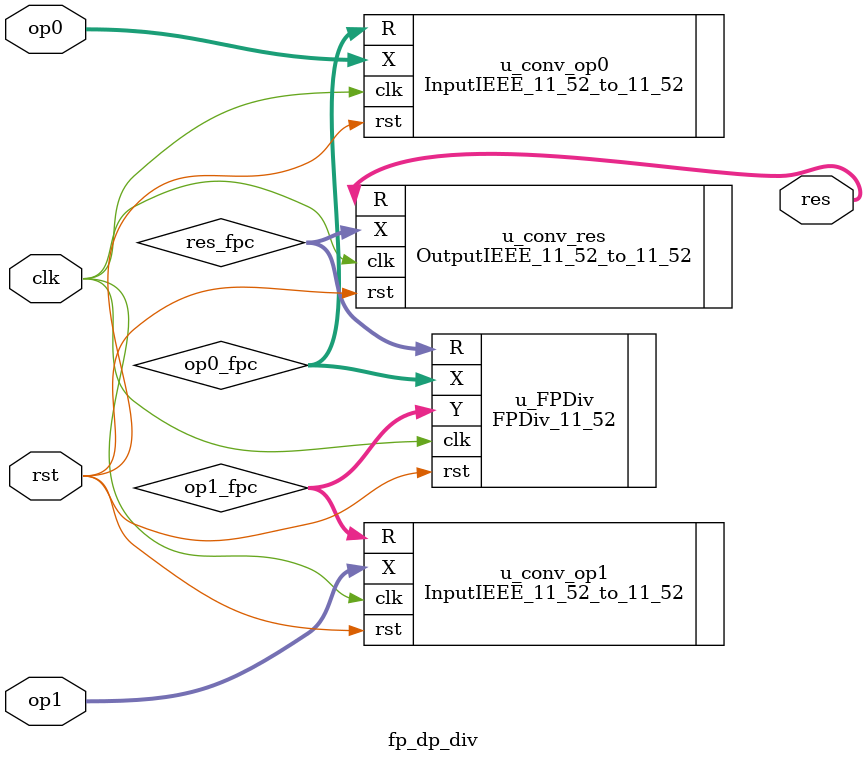
<source format=sv>

`timescale 1ns / 1ps
module fp_dp_div #(
		parameter DATA_WIDTH = 64 )
	(
		input  logic                      clk,
		input  logic                      rst,
		input  logic [DATA_WIDTH - 1 : 0] op0,
		input  logic [DATA_WIDTH - 1 : 0] op1,
		output logic [DATA_WIDTH - 1 : 0] res
	);

	logic [DATA_WIDTH + 1 : 0] op0_fpc, op1_fpc, res_fpc;
	InputIEEE_11_52_to_11_52 u_conv_op0 (
		.clk ( clk     ),
		.rst ( rst     ),
		.X   ( op0     ),
		.R   ( op0_fpc )
	);

	InputIEEE_11_52_to_11_52 u_conv_op1 (
		.clk ( clk     ),
		.rst ( rst     ),
		.X   ( op1     ),
		.R   ( op1_fpc )
		);
	
	FPDiv_11_52 u_FPDiv (
		.clk ( clk     ),
		.rst ( rst     ),
		.X   ( op0_fpc ),
		.Y   ( op1_fpc ),
		.R   ( res_fpc )
	);


	OutputIEEE_11_52_to_11_52 u_conv_res (
		.clk ( clk     ),
		.rst ( rst     ),
		.X   ( res_fpc ),
		.R   ( res     )
	);



endmodule

</source>
